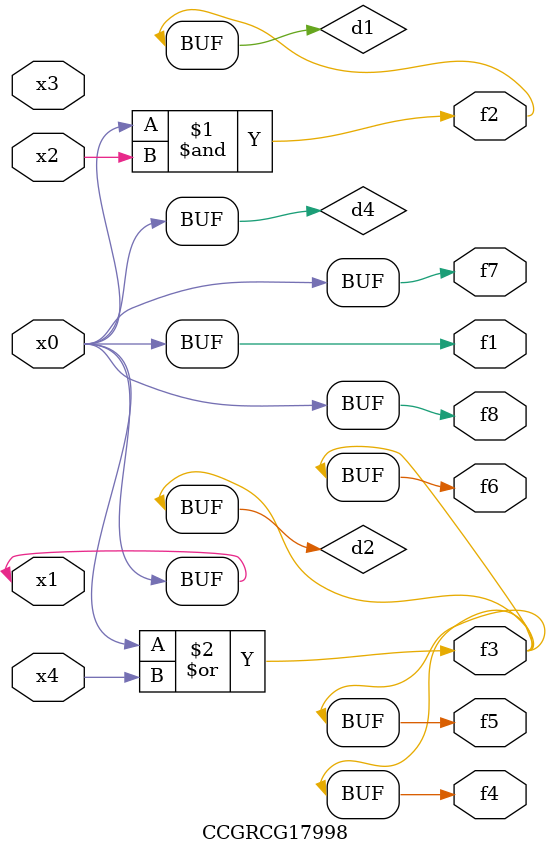
<source format=v>
module CCGRCG17998(
	input x0, x1, x2, x3, x4,
	output f1, f2, f3, f4, f5, f6, f7, f8
);

	wire d1, d2, d3, d4;

	and (d1, x0, x2);
	or (d2, x0, x4);
	nand (d3, x0, x2);
	buf (d4, x0, x1);
	assign f1 = d4;
	assign f2 = d1;
	assign f3 = d2;
	assign f4 = d2;
	assign f5 = d2;
	assign f6 = d2;
	assign f7 = d4;
	assign f8 = d4;
endmodule

</source>
